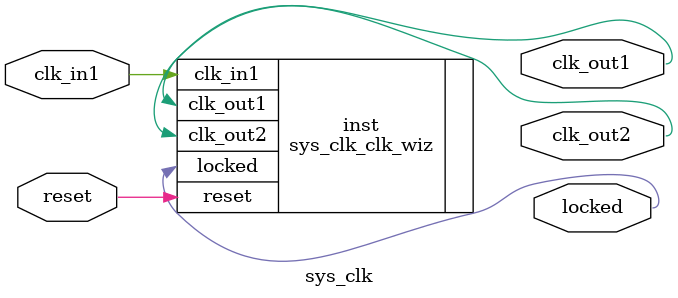
<source format=v>


`timescale 1ps/1ps

(* CORE_GENERATION_INFO = "sys_clk,clk_wiz_v6_0_6_0_0,{component_name=sys_clk,use_phase_alignment=true,use_min_o_jitter=false,use_max_i_jitter=false,use_dyn_phase_shift=false,use_inclk_switchover=false,use_dyn_reconfig=false,enable_axi=0,feedback_source=FDBK_AUTO,PRIMITIVE=MMCM,num_out_clk=2,clkin1_period=10.000,clkin2_period=10.000,use_power_down=false,use_reset=true,use_locked=true,use_inclk_stopped=false,feedback_type=SINGLE,CLOCK_MGR_TYPE=NA,manual_override=false}" *)

module sys_clk 
 (
  // Clock out ports
  output        clk_out1,
  output        clk_out2,
  // Status and control signals
  input         reset,
  output        locked,
 // Clock in ports
  input         clk_in1
 );

  sys_clk_clk_wiz inst
  (
  // Clock out ports  
  .clk_out1(clk_out1),
  .clk_out2(clk_out2),
  // Status and control signals               
  .reset(reset), 
  .locked(locked),
 // Clock in ports
  .clk_in1(clk_in1)
  );

endmodule

</source>
